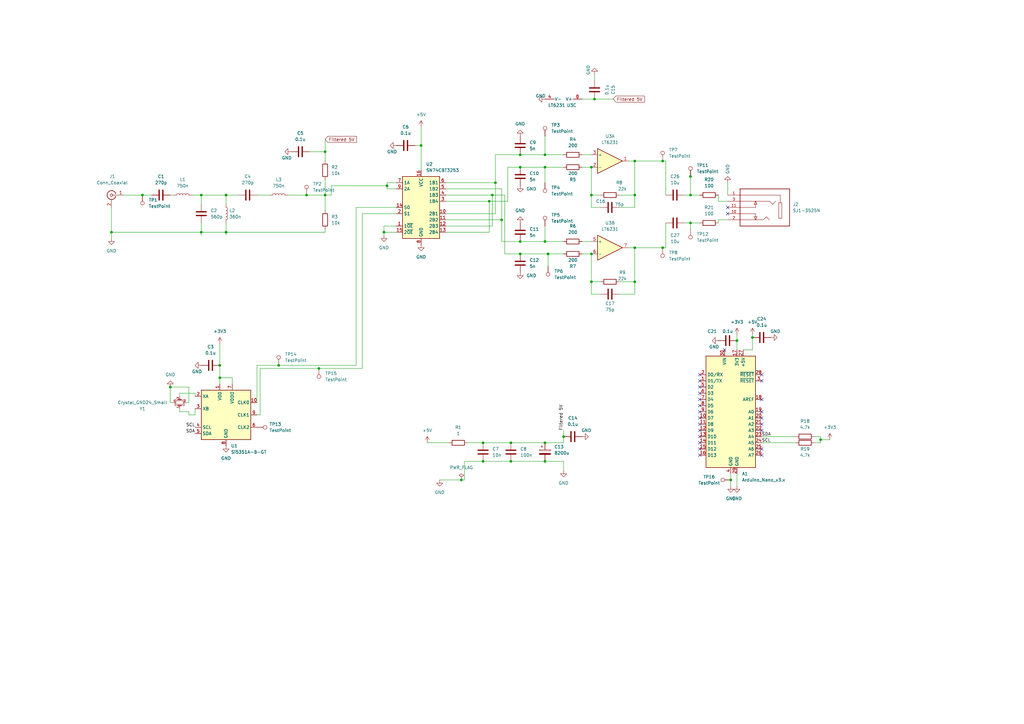
<source format=kicad_sch>
(kicad_sch (version 20211123) (generator eeschema)
  (paper "A3")
  (lib_symbols
    (symbol "Analog_Switch:SN74CBT3253"
      (property "Reference" "U" (at -7.62 13.97 0))
      (property "Value" "SN74CBT3253" (at -11.43 -13.97 0))
      (symbol "SN74CBT3253_0_1"
        (rectangle (start -7.62 12.7) (end 7.62 -12.7) (stroke (width 0.254)) (fill (type background)))
        (rectangle (start 7.62 -12.7) (end 7.62 -12.7))
      )
      (symbol "SN74CBT3253_1_1"
        (pin input line (at -10.16 -7.62 0) (length 2.54) (name "1~{OE}") (number "1"))
        (pin bidirectional line (at 10.16 -2.54 180) (length 2.54) (name "2B1") (number "10"))
        (pin bidirectional line (at 10.16 -5.08 180) (length 2.54) (name "2B2") (number "11"))
        (pin bidirectional line (at 10.16 -7.62 180) (length 2.54) (name "2B3") (number "12"))
        (pin bidirectional line (at 10.16 -10.16 180) (length 2.54) (name "2B4") (number "13"))
        (pin input line (at -10.16 0 0) (length 2.54) (name "S0") (number "14"))
        (pin input line (at -10.16 -10.16 0) (length 2.54) (name "2~{OE}") (number "15"))
        (pin power_in line (at 0 15.24 270) (length 2.54) (name "VCC") (number "16"))
        (pin input line (at -10.16 -2.54 0) (length 2.54) (name "S1") (number "2"))
        (pin bidirectional line (at 10.16 2.54 180) (length 2.54) (name "1B4") (number "3"))
        (pin bidirectional line (at 10.16 5.08 180) (length 2.54) (name "1B3") (number "4"))
        (pin bidirectional line (at 10.16 7.62 180) (length 2.54) (name "1B2") (number "5"))
        (pin bidirectional line (at 10.16 10.16 180) (length 2.54) (name "1B1") (number "6"))
        (pin bidirectional line (at -10.16 10.16 0) (length 2.54) (name "1A") (number "7"))
        (pin power_in line (at 0 -15.24 90) (length 2.54) (name "GND") (number "8"))
        (pin bidirectional line (at -10.16 7.62 0) (length 2.54) (name "2A") (number "9"))
      )
    )
    (symbol "Connector:Conn_Coaxial" (pin_names (offset 1.016) hide)
      (property "Reference" "J" (at 0.254 3.048 0))
      (property "Value" "Conn_Coaxial" (at 2.921 0 90))
      (symbol "Conn_Coaxial_0_1"
        (arc (start -1.778 -0.508) (mid 0.2311 -1.8066) (end 1.778 0) (stroke (width 0.254)))
        (polyline (pts (xy -2.54 0) (xy -0.508 0)))
        (polyline (pts (xy 0 -2.54) (xy 0 -1.778)))
        (circle (center 0 0) (radius 0.508) (stroke (width 0.2032)))
        (arc (start 1.778 0) (mid 0.2099 1.8101) (end -1.778 0.508) (stroke (width 0.254)))
      )
      (symbol "Conn_Coaxial_1_1"
        (pin passive line (at -5.08 0 0) (length 2.54) (name "In") (number "1"))
        (pin passive line (at 0 -5.08 90) (length 2.54) (name "Ext") (number "2"))
      )
    )
    (symbol "Connector:TestPoint" (pin_numbers hide) (pin_names (offset 0.762) hide)
      (property "Reference" "TP" (at 0 6.858 0))
      (property "Value" "TestPoint" (at 0 5.08 0))
      (symbol "TestPoint_0_1"
        (circle (center 0 3.302) (radius 0.762))
      )
      (symbol "TestPoint_1_1"
        (pin passive line (at 0 0 90) (length 2.54) (name "1") (number "1"))
      )
    )
    (symbol "Device:C" (pin_numbers hide) (pin_names (offset 0.254))
      (property "Reference" "C" (at 0.635 2.54 0))
      (property "Value" "C" (at 0.635 -2.54 0))
      (symbol "C_0_1"
        (polyline (pts (xy -2.032 -0.762) (xy 2.032 -0.762)) (stroke (width 0.508)))
        (polyline (pts (xy -2.032 0.762) (xy 2.032 0.762)) (stroke (width 0.508)))
      )
      (symbol "C_1_1"
        (pin passive line (at 0 3.81 270) (length 2.794) (name "~") (number "1"))
        (pin passive line (at 0 -3.81 90) (length 2.794) (name "~") (number "2"))
      )
    )
    (symbol "Device:C_Polarized" (pin_numbers hide) (pin_names (offset 0.254))
      (property "Reference" "C" (at 0.635 2.54 0))
      (property "Value" "C_Polarized" (at 0.635 -2.54 0))
      (symbol "C_Polarized_0_1"
        (rectangle (start -2.286 0.508) (end 2.286 1.016))
        (polyline (pts (xy -1.778 2.286) (xy -0.762 2.286)))
        (polyline (pts (xy -1.27 2.794) (xy -1.27 1.778)))
        (rectangle (start 2.286 -0.508) (end -2.286 -1.016) (fill (type outline)))
      )
      (symbol "C_Polarized_1_1"
        (pin passive line (at 0 3.81 270) (length 2.794) (name "~") (number "1"))
        (pin passive line (at 0 -3.81 90) (length 2.794) (name "~") (number "2"))
      )
    )
    (symbol "Device:Crystal_GND24_Small" (pin_names (offset 1.016) hide)
      (property "Reference" "Y" (at 1.27 4.445 0))
      (property "Value" "Crystal_GND24_Small" (at 1.27 2.54 0))
      (symbol "Crystal_GND24_Small_0_1"
        (rectangle (start -0.762 -1.524) (end 0.762 1.524))
        (polyline (pts (xy -1.27 -0.762) (xy -1.27 0.762)) (stroke (width 0.381)))
        (polyline (pts (xy 1.27 -0.762) (xy 1.27 0.762)) (stroke (width 0.381)))
        (polyline (pts (xy -1.27 -1.27) (xy -1.27 -1.905) (xy 1.27 -1.905) (xy 1.27 -1.27)))
        (polyline (pts (xy -1.27 1.27) (xy -1.27 1.905) (xy 1.27 1.905) (xy 1.27 1.27)))
      )
      (symbol "Crystal_GND24_Small_1_1"
        (pin passive line (at -2.54 0 0) (length 1.27) (name "1") (number "1"))
        (pin passive line (at 0 -2.54 90) (length 0.635) (name "2") (number "2"))
        (pin passive line (at 2.54 0 180) (length 1.27) (name "3") (number "3"))
        (pin passive line (at 0 2.54 270) (length 0.635) (name "4") (number "4"))
      )
    )
    (symbol "Device:L" (pin_numbers hide) (pin_names (offset 1.016) hide)
      (property "Reference" "L" (at -1.27 0 90))
      (property "Value" "L" (at 1.905 0 90))
      (symbol "L_0_1"
        (arc (start 0 -2.54) (mid 0.635 -1.905) (end 0 -1.27))
        (arc (start 0 -1.27) (mid 0.635 -0.635) (end 0 0))
        (arc (start 0 0) (mid 0.635 0.635) (end 0 1.27))
        (arc (start 0 1.27) (mid 0.635 1.905) (end 0 2.54))
      )
      (symbol "L_1_1"
        (pin passive line (at 0 3.81 270) (length 1.27) (name "1") (number "1"))
        (pin passive line (at 0 -3.81 90) (length 1.27) (name "2") (number "2"))
      )
    )
    (symbol "Device:R" (pin_numbers hide) (pin_names (offset 0))
      (property "Reference" "R" (at 2.032 0 90))
      (property "Value" "R" (at 0 0 90))
      (symbol "R_0_1"
        (rectangle (start -1.016 -2.54) (end 1.016 2.54) (stroke (width 0.254)))
      )
      (symbol "R_1_1"
        (pin passive line (at 0 3.81 270) (length 1.27) (name "~") (number "1"))
        (pin passive line (at 0 -3.81 90) (length 1.27) (name "~") (number "2"))
      )
    )
    (symbol "MCU_Module:Arduino_Nano_v3.x"
      (property "Reference" "A" (at -10.16 23.495 0))
      (property "Value" "Arduino_Nano_v3.x" (at 5.08 -24.13 0))
      (symbol "Arduino_Nano_v3.x_0_1"
        (rectangle (start -10.16 22.86) (end 10.16 -22.86) (stroke (width 0.254)) (fill (type background)))
      )
      (symbol "Arduino_Nano_v3.x_1_1"
        (pin bidirectional line (at -12.7 12.7 0) (length 2.54) (name "D1/TX") (number "1"))
        (pin bidirectional line (at -12.7 -2.54 0) (length 2.54) (name "D7") (number "10"))
        (pin bidirectional line (at -12.7 -5.08 0) (length 2.54) (name "D8") (number "11"))
        (pin bidirectional line (at -12.7 -7.62 0) (length 2.54) (name "D9") (number "12"))
        (pin bidirectional line (at -12.7 -10.16 0) (length 2.54) (name "D10") (number "13"))
        (pin bidirectional line (at -12.7 -12.7 0) (length 2.54) (name "D11") (number "14"))
        (pin bidirectional line (at -12.7 -15.24 0) (length 2.54) (name "D12") (number "15"))
        (pin bidirectional line (at -12.7 -17.78 0) (length 2.54) (name "D13") (number "16"))
        (pin power_out line (at 2.54 25.4 270) (length 2.54) (name "3V3") (number "17"))
        (pin input line (at 12.7 5.08 180) (length 2.54) (name "AREF") (number "18"))
        (pin bidirectional line (at 12.7 0 180) (length 2.54) (name "A0") (number "19"))
        (pin bidirectional line (at -12.7 15.24 0) (length 2.54) (name "D0/RX") (number "2"))
        (pin bidirectional line (at 12.7 -2.54 180) (length 2.54) (name "A1") (number "20"))
        (pin bidirectional line (at 12.7 -5.08 180) (length 2.54) (name "A2") (number "21"))
        (pin bidirectional line (at 12.7 -7.62 180) (length 2.54) (name "A3") (number "22"))
        (pin bidirectional line (at 12.7 -10.16 180) (length 2.54) (name "A4") (number "23"))
        (pin bidirectional line (at 12.7 -12.7 180) (length 2.54) (name "A5") (number "24"))
        (pin bidirectional line (at 12.7 -15.24 180) (length 2.54) (name "A6") (number "25"))
        (pin bidirectional line (at 12.7 -17.78 180) (length 2.54) (name "A7") (number "26"))
        (pin power_out line (at 5.08 25.4 270) (length 2.54) (name "+5V") (number "27"))
        (pin input line (at 12.7 15.24 180) (length 2.54) (name "~{RESET}") (number "28"))
        (pin power_in line (at 2.54 -25.4 90) (length 2.54) (name "GND") (number "29"))
        (pin input line (at 12.7 12.7 180) (length 2.54) (name "~{RESET}") (number "3"))
        (pin power_in line (at -2.54 25.4 270) (length 2.54) (name "VIN") (number "30"))
        (pin power_in line (at 0 -25.4 90) (length 2.54) (name "GND") (number "4"))
        (pin bidirectional line (at -12.7 10.16 0) (length 2.54) (name "D2") (number "5"))
        (pin bidirectional line (at -12.7 7.62 0) (length 2.54) (name "D3") (number "6"))
        (pin bidirectional line (at -12.7 5.08 0) (length 2.54) (name "D4") (number "7"))
        (pin bidirectional line (at -12.7 2.54 0) (length 2.54) (name "D5") (number "8"))
        (pin bidirectional line (at -12.7 0 0) (length 2.54) (name "D6") (number "9"))
      )
    )
    (symbol "Oscillator:Si5351A-B-GT"
      (property "Reference" "U" (at -8.89 11.43 0))
      (property "Value" "Si5351A-B-GT" (at -12.7 -12.7 0))
      (symbol "Si5351A-B-GT_0_1"
        (rectangle (start -10.16 10.16) (end 10.16 -10.16) (stroke (width 0.254)) (fill (type background)))
      )
      (symbol "Si5351A-B-GT_1_1"
        (pin power_in line (at -2.54 12.7 270) (length 2.54) (name "VDD") (number "1"))
        (pin output line (at 12.7 5.08 180) (length 2.54) (name "CLK0") (number "10"))
        (pin input line (at -12.7 7.62 0) (length 2.54) (name "XA") (number "2"))
        (pin input line (at -12.7 2.54 0) (length 2.54) (name "XB") (number "3"))
        (pin input line (at -12.7 -5.08 0) (length 2.54) (name "SCL") (number "4"))
        (pin bidirectional line (at -12.7 -7.62 0) (length 2.54) (name "SDA") (number "5"))
        (pin output line (at 12.7 -5.08 180) (length 2.54) (name "CLK2") (number "6"))
        (pin power_in line (at 2.54 12.7 270) (length 2.54) (name "VDDO") (number "7"))
        (pin power_in line (at 0 -12.7 90) (length 2.54) (name "GND") (number "8"))
        (pin output line (at 12.7 0 180) (length 2.54) (name "CLK1") (number "9"))
      )
    )
    (symbol "SJ1-3525N:SJ1-3525N" (pin_names (offset 1.016) hide)
      (property "Reference" "J" (at -10.16 10.16 0))
      (property "Value" "SJ1-3525N" (at -10.16 -12.7254 0))
      (symbol "SJ1-3525N_0_0"
        (polyline (pts (xy -10.16 -7.62) (xy 10.16 -7.62)) (stroke (width 0.254)))
        (polyline (pts (xy -10.16 7.62) (xy -10.16 -7.62)) (stroke (width 0.254)))
        (polyline (pts (xy -6.985 -4.445) (xy -6.985 1.905)) (stroke (width 0.1524)))
        (polyline (pts (xy -6.985 1.905) (xy -6.35 1.905)) (stroke (width 0.1524)))
        (polyline (pts (xy -6.35 1.905) (xy -5.715 1.905)) (stroke (width 0.1524)))
        (polyline (pts (xy -6.35 5.08) (xy -6.35 1.905)) (stroke (width 0.1524)))
        (polyline (pts (xy -5.715 -4.445) (xy -6.985 -4.445)) (stroke (width 0.1524)))
        (polyline (pts (xy -5.715 1.905) (xy -5.715 -4.445)) (stroke (width 0.1524)))
        (polyline (pts (xy -3.175 1.27) (xy -4.445 2.54)) (stroke (width 0.1524)))
        (polyline (pts (xy -1.905 2.54) (xy -3.175 1.27)) (stroke (width 0.1524)))
        (polyline (pts (xy -0.635 -3.81) (xy -1.905 -5.08)) (stroke (width 0.1524)))
        (polyline (pts (xy 0.635 -5.08) (xy -0.635 -3.81)) (stroke (width 0.1524)))
        (polyline (pts (xy 3.81 -5.08) (xy 0.635 -5.08)) (stroke (width 0.1524)))
        (polyline (pts (xy 3.81 -2.54) (xy 3.81 -5.08)) (stroke (width 0.1524)))
        (polyline (pts (xy 3.81 2.54) (xy -1.905 2.54)) (stroke (width 0.1524)))
        (polyline (pts (xy 3.81 2.54) (xy 3.81 0)) (stroke (width 0.1524)))
        (polyline (pts (xy 10.16 -7.62) (xy 10.16 -5.08)) (stroke (width 0.254)))
        (polyline (pts (xy 10.16 -5.08) (xy 3.81 -5.08)) (stroke (width 0.1524)))
        (polyline (pts (xy 10.16 -5.08) (xy 10.16 -2.54)) (stroke (width 0.254)))
        (polyline (pts (xy 10.16 -2.54) (xy 3.81 -2.54)) (stroke (width 0.1524)))
        (polyline (pts (xy 10.16 -2.54) (xy 10.16 0)) (stroke (width 0.254)))
        (polyline (pts (xy 10.16 0) (xy 3.81 0)) (stroke (width 0.1524)))
        (polyline (pts (xy 10.16 0) (xy 10.16 2.54)) (stroke (width 0.254)))
        (polyline (pts (xy 10.16 2.54) (xy 3.81 2.54)) (stroke (width 0.1524)))
        (polyline (pts (xy 10.16 2.54) (xy 10.16 5.08)) (stroke (width 0.254)))
        (polyline (pts (xy 10.16 5.08) (xy -6.35 5.08)) (stroke (width 0.1524)))
        (polyline (pts (xy 10.16 5.08) (xy 10.16 7.62)) (stroke (width 0.254)))
        (polyline (pts (xy 10.16 7.62) (xy -10.16 7.62)) (stroke (width 0.254)))
        (polyline (pts (xy 3.81 -5.08) (xy 3.175 -3.81) (xy 4.445 -3.81) (xy 3.81 -5.08)) (stroke (width 0.1524)) (fill (type background)))
        (polyline (pts (xy 3.81 2.54) (xy 4.445 1.27) (xy 3.175 1.27) (xy 3.81 2.54)) (stroke (width 0.1524)) (fill (type background)))
        (pin passive line (at 15.24 5.08 180) (length 5.08) (name "~") (number "1"))
        (pin passive line (at 15.24 -2.54 180) (length 5.08) (name "~") (number "10"))
        (pin passive line (at 15.24 0 180) (length 5.08) (name "~") (number "11"))
        (pin passive line (at 15.24 -5.08 180) (length 5.08) (name "~") (number "2"))
        (pin passive line (at 15.24 2.54 180) (length 5.08) (name "~") (number "3"))
      )
    )
    (symbol "lt6231:LT6231" (pin_names (offset 0.127))
      (property "Reference" "U" (at 0 5.08 0))
      (property "Value" "LT6231" (at 0 -5.08 0))
      (symbol "LT6231_1_1"
        (polyline (pts (xy -5.08 5.08) (xy 5.08 0) (xy -5.08 -5.08) (xy -5.08 5.08)) (stroke (width 0.254)) (fill (type background)))
        (pin output line (at 7.62 0 180) (length 2.54) (name "~") (number "1"))
        (pin input line (at -7.62 -2.54 0) (length 2.54) (name "-") (number "2"))
        (pin input line (at -7.62 2.54 0) (length 2.54) (name "+") (number "3"))
      )
      (symbol "LT6231_2_1"
        (polyline (pts (xy -5.08 5.08) (xy 5.08 0) (xy -5.08 -5.08) (xy -5.08 5.08)) (stroke (width 0.254)) (fill (type background)))
        (pin input line (at -7.62 2.54 0) (length 2.54) (name "+") (number "5"))
        (pin input line (at -7.62 -2.54 0) (length 2.54) (name "-") (number "6"))
        (pin output line (at 7.62 0 180) (length 2.54) (name "~") (number "7"))
      )
      (symbol "LT6231_3_1"
        (pin power_in line (at -2.54 -7.62 90) (length 3.81) (name "V-") (number "4"))
        (pin power_in line (at -2.54 7.62 270) (length 3.81) (name "V+") (number "8"))
      )
    )
    (symbol "power:+3.3V" (power) (pin_names (offset 0))
      (property "Value" "+3.3V" (at 0 3.556 0))
      (symbol "+3.3V_0_1"
        (polyline (pts (xy -0.762 1.27) (xy 0 2.54)))
        (polyline (pts (xy 0 0) (xy 0 2.54)))
        (polyline (pts (xy 0 2.54) (xy 0.762 1.27)))
      )
      (symbol "+3.3V_1_1"
        (pin power_in line (at 0 0 90) (length 0) hide (name "+3V3") (number "1"))
      )
    )
    (symbol "power:+5V" (power) (pin_names (offset 0))
      (property "Value" "+5V" (at 0 3.556 0))
      (symbol "+5V_0_1"
        (polyline (pts (xy -0.762 1.27) (xy 0 2.54)))
        (polyline (pts (xy 0 0) (xy 0 2.54)))
        (polyline (pts (xy 0 2.54) (xy 0.762 1.27)))
      )
      (symbol "+5V_1_1"
        (pin power_in line (at 0 0 90) (length 0) hide (name "+5V") (number "1"))
      )
    )
    (symbol "power:GND" (power) (pin_names (offset 0))
      (property "Value" "GND" (at 0 -3.81 0))
      (symbol "GND_0_1"
        (polyline (pts (xy 0 0) (xy 0 -1.27) (xy 1.27 -1.27) (xy 0 -2.54) (xy -1.27 -1.27) (xy 0 -1.27)))
      )
      (symbol "GND_1_1"
        (pin power_in line (at 0 0 270) (length 0) hide (name "GND") (number "1"))
      )
    )
    (symbol "power:PWR_FLAG" (power) (pin_numbers hide) (pin_names (offset 0) hide)
      (property "Value" "PWR_FLAG" (at 0 3.81 0))
      (symbol "PWR_FLAG_0_0"
        (pin power_out line (at 0 0 90) (length 0) (name "pwr") (number "1"))
      )
      (symbol "PWR_FLAG_0_1"
        (polyline (pts (xy 0 0) (xy 0 1.27) (xy -1.016 1.905) (xy 0 2.54) (xy 1.016 1.905) (xy 0 1.27)))
      )
    )
  )
  (junction (at 189.23 196.85))
  (junction (at 223.52 189.23))
  (junction (at 133.35 62.23))
  (junction (at 213.36 99.06))
  (junction (at 336.55 180.34))
  (junction (at 243.84 40.64))
  (junction (at 271.78 66.04))
  (junction (at 133.35 80.01))
  (junction (at 260.35 101.6))
  (junction (at 224.79 104.14))
  (junction (at 205.74 90.17))
  (junction (at 271.78 101.6))
  (junction (at 223.52 99.06))
  (junction (at 209.55 189.23))
  (junction (at 242.57 68.58))
  (junction (at 172.72 59.69))
  (junction (at 242.57 104.14))
  (junction (at 231.14 179.07))
  (junction (at 213.36 68.58))
  (junction (at 260.35 115.57))
  (junction (at 157.48 95.25))
  (junction (at 198.12 189.23))
  (junction (at 242.57 115.57))
  (junction (at 198.12 181.61))
  (junction (at 82.55 95.25))
  (junction (at 45.72 95.25))
  (junction (at 92.71 80.01))
  (junction (at 299.72 196.85))
  (junction (at 209.55 181.61))
  (junction (at 213.36 104.14))
  (junction (at 223.52 63.5))
  (junction (at 58.42 80.01))
  (junction (at 158.75 76.2))
  (junction (at 283.21 91.44))
  (junction (at 90.17 149.86))
  (junction (at 283.21 72.39))
  (junction (at 203.2 74.93))
  (junction (at 213.36 63.5))
  (junction (at 201.93 80.01))
  (junction (at 69.85 158.75))
  (junction (at 90.17 154.94))
  (junction (at 125.73 80.01))
  (junction (at 200.66 82.55))
  (junction (at 283.21 80.01))
  (junction (at 82.55 80.01))
  (junction (at 223.52 181.61))
  (junction (at 130.81 151.13))
  (junction (at 223.52 68.58))
  (junction (at 242.57 80.01))
  (junction (at 302.26 139.7))
  (junction (at 114.3 149.86))
  (junction (at 92.71 95.25))
  (junction (at 308.61 138.43))
  (junction (at 260.35 80.01))
  (junction (at 260.35 66.04))
  (no_connect (at 287.02 153.67))
  (no_connect (at 297.18 143.51))
  (no_connect (at 287.02 168.91))
  (no_connect (at 287.02 179.07))
  (no_connect (at 312.42 184.15))
  (no_connect (at 287.02 186.69))
  (no_connect (at 312.42 153.67))
  (no_connect (at 287.02 171.45))
  (no_connect (at 312.42 186.69))
  (no_connect (at 298.45 87.63))
  (no_connect (at 298.45 85.09))
  (no_connect (at 312.42 173.99))
  (no_connect (at 312.42 156.21))
  (no_connect (at 312.42 168.91))
  (no_connect (at 287.02 163.83))
  (no_connect (at 287.02 158.75))
  (no_connect (at 312.42 176.53))
  (no_connect (at 287.02 166.37))
  (no_connect (at 287.02 161.29))
  (no_connect (at 287.02 184.15))
  (no_connect (at 312.42 163.83))
  (no_connect (at 312.42 171.45))
  (no_connect (at 287.02 176.53))
  (no_connect (at 287.02 181.61))
  (no_connect (at 287.02 156.21))
  (no_connect (at 287.02 173.99))
  (wire (pts (xy 208.28 82.55) (xy 208.28 68.58)))
  (wire (pts (xy 283.21 69.85) (xy 283.21 72.39)))
  (wire (pts (xy 308.61 138.43) (xy 308.61 137.16)))
  (wire (pts (xy 182.88 87.63) (xy 203.2 87.63)))
  (wire (pts (xy 189.23 196.85) (xy 190.5 196.85)))
  (wire (pts (xy 106.68 151.13) (xy 130.81 151.13)))
  (wire (pts (xy 280.67 91.44) (xy 283.21 91.44)))
  (wire (pts (xy 180.34 196.85) (xy 189.23 196.85)))
  (wire (pts (xy 82.55 95.25) (xy 82.55 96.52)))
  (wire (pts (xy 133.35 73.66) (xy 133.35 80.01)))
  (wire (pts (xy 58.42 80.01) (xy 62.23 80.01)))
  (wire (pts (xy 273.05 66.04) (xy 273.05 80.01)))
  (wire (pts (xy 238.76 99.06) (xy 242.57 99.06)))
  (wire (pts (xy 127 62.23) (xy 133.35 62.23)))
  (wire (pts (xy 182.88 92.71) (xy 201.93 92.71)))
  (wire (pts (xy 92.71 80.01) (xy 97.79 80.01)))
  (wire (pts (xy 114.3 149.86) (xy 105.41 149.86)))
  (wire (pts (xy 336.55 179.07) (xy 336.55 180.34)))
  (wire (pts (xy 294.64 91.44) (xy 294.64 90.17)))
  (wire (pts (xy 71.12 80.01) (xy 69.85 80.01)))
  (wire (pts (xy 242.57 80.01) (xy 246.38 80.01)))
  (wire (pts (xy 95.25 154.94) (xy 95.25 157.48)))
  (wire (pts (xy 45.72 97.79) (xy 45.72 95.25)))
  (wire (pts (xy 283.21 93.98) (xy 283.21 91.44)))
  (wire (pts (xy 157.48 92.71) (xy 157.48 95.25)))
  (wire (pts (xy 302.26 139.7) (xy 302.26 143.51)))
  (wire (pts (xy 92.71 80.01) (xy 92.71 83.82)))
  (wire (pts (xy 334.01 179.07) (xy 336.55 179.07)))
  (wire (pts (xy 208.28 68.58) (xy 213.36 68.58)))
  (wire (pts (xy 73.66 167.64) (xy 73.66 168.91)))
  (wire (pts (xy 162.56 77.47) (xy 158.75 77.47)))
  (wire (pts (xy 243.84 33.02) (xy 243.84 30.48)))
  (wire (pts (xy 224.79 104.14) (xy 231.14 104.14)))
  (wire (pts (xy 203.2 87.63) (xy 203.2 74.93)))
  (wire (pts (xy 260.35 101.6) (xy 257.81 101.6)))
  (wire (pts (xy 77.47 170.18) (xy 77.47 168.91)))
  (wire (pts (xy 260.35 115.57) (xy 260.35 101.6)))
  (wire (pts (xy 242.57 80.01) (xy 242.57 85.09)))
  (wire (pts (xy 172.72 52.07) (xy 172.72 59.69)))
  (wire (pts (xy 82.55 80.01) (xy 92.71 80.01)))
  (wire (pts (xy 209.55 181.61) (xy 223.52 181.61)))
  (wire (pts (xy 223.52 63.5) (xy 231.14 63.5)))
  (wire (pts (xy 146.05 85.09) (xy 146.05 149.86)))
  (wire (pts (xy 213.36 63.5) (xy 223.52 63.5)))
  (wire (pts (xy 231.14 179.07) (xy 231.14 181.61)))
  (wire (pts (xy 254 80.01) (xy 260.35 80.01)))
  (wire (pts (xy 223.52 55.88) (xy 223.52 63.5)))
  (wire (pts (xy 190.5 196.85) (xy 190.5 189.23)))
  (wire (pts (xy 205.74 99.06) (xy 213.36 99.06)))
  (wire (pts (xy 133.35 62.23) (xy 133.35 66.04)))
  (wire (pts (xy 231.14 189.23) (xy 231.14 193.04)))
  (wire (pts (xy 302.26 199.39) (xy 302.26 194.31)))
  (wire (pts (xy 133.35 95.25) (xy 133.35 93.98)))
  (wire (pts (xy 242.57 115.57) (xy 242.57 104.14)))
  (wire (pts (xy 207.01 104.14) (xy 213.36 104.14)))
  (wire (pts (xy 105.41 80.01) (xy 110.49 80.01)))
  (wire (pts (xy 90.17 140.97) (xy 90.17 149.86)))
  (wire (pts (xy 223.52 181.61) (xy 231.14 181.61)))
  (wire (pts (xy 105.41 149.86) (xy 105.41 165.1)))
  (wire (pts (xy 182.88 74.93) (xy 203.2 74.93)))
  (wire (pts (xy 271.78 66.04) (xy 273.05 66.04)))
  (wire (pts (xy 298.45 74.93) (xy 298.45 80.01)))
  (wire (pts (xy 283.21 91.44) (xy 287.02 91.44)))
  (wire (pts (xy 223.52 92.71) (xy 223.52 99.06)))
  (wire (pts (xy 213.36 104.14) (xy 224.79 104.14)))
  (wire (pts (xy 90.17 154.94) (xy 90.17 157.48)))
  (wire (pts (xy 254 120.65) (xy 260.35 120.65)))
  (wire (pts (xy 77.47 158.75) (xy 69.85 158.75)))
  (wire (pts (xy 118.11 80.01) (xy 125.73 80.01)))
  (wire (pts (xy 205.74 90.17) (xy 205.74 99.06)))
  (wire (pts (xy 76.2 165.1) (xy 77.47 165.1)))
  (wire (pts (xy 80.01 161.29) (xy 80.01 162.56)))
  (wire (pts (xy 224.79 109.22) (xy 224.79 104.14)))
  (wire (pts (xy 92.71 95.25) (xy 133.35 95.25)))
  (wire (pts (xy 336.55 180.34) (xy 340.36 180.34)))
  (wire (pts (xy 125.73 80.01) (xy 133.35 80.01)))
  (wire (pts (xy 198.12 181.61) (xy 209.55 181.61)))
  (wire (pts (xy 201.93 80.01) (xy 201.93 92.71)))
  (wire (pts (xy 223.52 189.23) (xy 231.14 189.23)))
  (wire (pts (xy 238.76 104.14) (xy 242.57 104.14)))
  (wire (pts (xy 238.76 68.58) (xy 242.57 68.58)))
  (wire (pts (xy 78.74 80.01) (xy 82.55 80.01)))
  (wire (pts (xy 182.88 80.01) (xy 201.93 80.01)))
  (wire (pts (xy 238.76 63.5) (xy 242.57 63.5)))
  (wire (pts (xy 191.77 181.61) (xy 198.12 181.61)))
  (wire (pts (xy 205.74 77.47) (xy 205.74 90.17)))
  (wire (pts (xy 242.57 120.65) (xy 242.57 115.57)))
  (wire (pts (xy 182.88 90.17) (xy 205.74 90.17)))
  (wire (pts (xy 133.35 57.15) (xy 133.35 62.23)))
  (wire (pts (xy 69.85 158.75) (xy 69.85 165.1)))
  (wire (pts (xy 77.47 165.1) (xy 77.47 158.75)))
  (wire (pts (xy 172.72 59.69) (xy 172.72 69.85)))
  (wire (pts (xy 334.01 181.61) (xy 336.55 181.61)))
  (wire (pts (xy 336.55 180.34) (xy 336.55 181.61)))
  (wire (pts (xy 260.35 66.04) (xy 271.78 66.04)))
  (wire (pts (xy 260.35 66.04) (xy 257.81 66.04)))
  (wire (pts (xy 312.42 181.61) (xy 326.39 181.61)))
  (wire (pts (xy 170.18 59.69) (xy 172.72 59.69)))
  (wire (pts (xy 294.64 90.17) (xy 298.45 90.17)))
  (wire (pts (xy 231.14 176.53) (xy 231.14 179.07)))
  (wire (pts (xy 130.81 151.13) (xy 148.59 151.13)))
  (wire (pts (xy 273.05 91.44) (xy 273.05 101.6)))
  (wire (pts (xy 133.35 80.01) (xy 133.35 86.36)))
  (wire (pts (xy 158.75 74.93) (xy 162.56 74.93)))
  (wire (pts (xy 77.47 170.18) (xy 80.01 170.18)))
  (wire (pts (xy 90.17 154.94) (xy 95.25 154.94)))
  (wire (pts (xy 246.38 120.65) (xy 242.57 120.65)))
  (wire (pts (xy 182.88 82.55) (xy 200.66 82.55)))
  (wire (pts (xy 157.48 95.25) (xy 157.48 96.52)))
  (wire (pts (xy 201.93 80.01) (xy 207.01 80.01)))
  (wire (pts (xy 82.55 80.01) (xy 82.55 83.82)))
  (wire (pts (xy 146.05 149.86) (xy 114.3 149.86)))
  (wire (pts (xy 105.41 170.18) (xy 106.68 170.18)))
  (wire (pts (xy 148.59 151.13) (xy 148.59 87.63)))
  (wire (pts (xy 162.56 85.09) (xy 146.05 85.09)))
  (wire (pts (xy 271.78 101.6) (xy 273.05 101.6)))
  (wire (pts (xy 162.56 92.71) (xy 157.48 92.71)))
  (wire (pts (xy 213.36 99.06) (xy 223.52 99.06)))
  (wire (pts (xy 223.52 74.93) (xy 223.52 68.58)))
  (wire (pts (xy 182.88 77.47) (xy 205.74 77.47)))
  (wire (pts (xy 223.52 99.06) (xy 231.14 99.06)))
  (wire (pts (xy 302.26 137.16) (xy 302.26 139.7)))
  (wire (pts (xy 312.42 179.07) (xy 326.39 179.07)))
  (wire (pts (xy 283.21 72.39) (xy 283.21 80.01)))
  (wire (pts (xy 175.26 181.61) (xy 184.15 181.61)))
  (wire (pts (xy 190.5 189.23) (xy 198.12 189.23)))
  (wire (pts (xy 80.01 170.18) (xy 80.01 167.64)))
  (wire (pts (xy 254 85.09) (xy 260.35 85.09)))
  (wire (pts (xy 207.01 80.01) (xy 207.01 104.14)))
  (wire (pts (xy 242.57 68.58) (xy 242.57 80.01)))
  (wire (pts (xy 213.36 68.58) (xy 223.52 68.58)))
  (wire (pts (xy 73.66 161.29) (xy 73.66 162.56)))
  (wire (pts (xy 50.8 80.01) (xy 58.42 80.01)))
  (wire (pts (xy 158.75 76.2) (xy 158.75 74.93)))
  (wire (pts (xy 299.72 196.85) (xy 299.72 194.31)))
  (wire (pts (xy 73.66 161.29) (xy 80.01 161.29)))
  (wire (pts (xy 203.2 74.93) (xy 203.2 63.5)))
  (wire (pts (xy 209.55 189.23) (xy 223.52 189.23)))
  (wire (pts (xy 203.2 63.5) (xy 213.36 63.5)))
  (wire (pts (xy 260.35 101.6) (xy 271.78 101.6)))
  (wire (pts (xy 283.21 80.01) (xy 287.02 80.01)))
  (wire (pts (xy 200.66 82.55) (xy 200.66 95.25)))
  (wire (pts (xy 133.35 80.01) (xy 135.89 80.01)))
  (wire (pts (xy 294.64 80.01) (xy 294.64 82.55)))
  (wire (pts (xy 294.64 82.55) (xy 298.45 82.55)))
  (wire (pts (xy 148.59 87.63) (xy 162.56 87.63)))
  (wire (pts (xy 106.68 170.18) (xy 106.68 151.13)))
  (wire (pts (xy 200.66 82.55) (xy 208.28 82.55)))
  (wire (pts (xy 242.57 85.09) (xy 246.38 85.09)))
  (wire (pts (xy 45.72 95.25) (xy 82.55 95.25)))
  (wire (pts (xy 82.55 95.25) (xy 92.71 95.25)))
  (wire (pts (xy 260.35 80.01) (xy 260.35 85.09)))
  (wire (pts (xy 77.47 168.91) (xy 73.66 168.91)))
  (wire (pts (xy 135.89 76.2) (xy 158.75 76.2)))
  (wire (pts (xy 135.89 80.01) (xy 135.89 76.2)))
  (wire (pts (xy 246.38 115.57) (xy 242.57 115.57)))
  (wire (pts (xy 69.85 165.1) (xy 71.12 165.1)))
  (wire (pts (xy 223.52 68.58) (xy 231.14 68.58)))
  (wire (pts (xy 198.12 189.23) (xy 209.55 189.23)))
  (wire (pts (xy 157.48 95.25) (xy 162.56 95.25)))
  (wire (pts (xy 260.35 66.04) (xy 260.35 80.01)))
  (wire (pts (xy 260.35 120.65) (xy 260.35 115.57)))
  (wire (pts (xy 304.8 143.51) (xy 308.61 143.51)))
  (wire (pts (xy 243.84 40.64) (xy 238.76 40.64)))
  (wire (pts (xy 283.21 80.01) (xy 280.67 80.01)))
  (wire (pts (xy 254 115.57) (xy 260.35 115.57)))
  (wire (pts (xy 251.46 40.64) (xy 243.84 40.64)))
  (wire (pts (xy 158.75 77.47) (xy 158.75 76.2)))
  (wire (pts (xy 299.72 199.39) (xy 299.72 196.85)))
  (wire (pts (xy 92.71 95.25) (xy 92.71 96.52)))
  (wire (pts (xy 45.72 95.25) (xy 45.72 85.09)))
  (wire (pts (xy 182.88 95.25) (xy 200.66 95.25)))
  (wire (pts (xy 82.55 91.44) (xy 82.55 95.25)))
  (wire (pts (xy 92.71 91.44) (xy 92.71 95.25)))
  (wire (pts (xy 308.61 143.51) (xy 308.61 138.43)))
  (wire (pts (xy 90.17 149.86) (xy 90.17 154.94)))
  (label "SDA" (at 80.01 177.8 180))
  (label "SDA" (at 312.42 179.07 0))
  (label "Filtered 5V" (at 231.14 176.53 90))
  (label "SCL" (at 312.42 181.61 0))
  (label "SCL" (at 80.01 175.26 180))
  (global_label "Filtered 5V" (shape input) (at 251.46 40.64 0) (property "Intersheet References" "${INTERSHEET_REFS}" (effects hide)))
  (global_label "Filtered 5V" (shape input) (at 133.35 57.15 0) (property "Intersheet References" "${INTERSHEET_REFS}" (effects hide)))
  (symbol (lib_id "power:GND") (at 316.23 138.43 90) (unit 1)
    (property "Reference" "#PWR033" (effects hide))
    (property "Value" "GND" (at 320.04 135.89 90) (effects (justify left)))
  )
  (symbol (lib_id "Connector:TestPoint") (at 283.21 93.98 180) (unit 1)
    (property "Reference" "TP12" (at 285.75 96.0119 0) (effects (justify right)))
    (property "Value" "TestPoint" (at 285.75 98.5519 0) (effects (justify right)))
    (property "Footprint" "TestPoint:TestPoint_THTPad_2.0x2.0mm_Drill1.0mm" (effects hide))
  )
  (symbol (lib_id "Device:R") (at 330.2 181.61 270) (unit 1)
    (property "Reference" "R19" (at 330.2 184.15 90))
    (property "Value" "4.7k" (at 330.2 186.69 90))
    (property "Footprint" "Resistor_SMD:R_0805_2012Metric" (effects hide))
    (property "Datasheet" "https://www.te.com/commerce/DocumentDelivery/DDEController?Action=srchrtrv&DocNm=1773204-3&DocType=DS&DocLang=English" (effects hide))
  )
  (symbol (lib_id "power:GND") (at 213.36 55.88 180) (unit 1)
    (property "Reference" "#PWR014" (effects hide))
    (property "Value" "GND" (at 213.36 50.8 0))
  )
  (symbol (lib_id "Device:C") (at 66.04 80.01 270) (unit 1)
    (property "Reference" "C1" (at 66.04 72.39 90))
    (property "Value" "270p" (at 66.04 74.93 90))
    (property "Footprint" "Capacitor_SMD:C_0805_2012Metric" (effects hide))
    (property "Datasheet" "https://industrial.panasonic.com/ww/products/pt/film-cap-electroequip/models/ECHU1H271GX5" (effects hide))
  )
  (symbol (lib_id "Device:R") (at 290.83 80.01 270) (unit 1)
    (property "Reference" "R20" (at 290.83 73.66 90))
    (property "Value" "100" (at 290.83 76.2 90))
    (property "Footprint" "Resistor_SMD:R_0805_2012Metric" (effects hide))
    (property "Datasheet" "https://www.koaspeer.com/pdfs/RK73G.pdf" (effects hide))
  )
  (symbol (lib_id "Device:C_Polarized") (at 223.52 185.42 0) (unit 1)
    (property "Reference" "C13" (at 227.33 183.2609 0) (effects (justify left)))
    (property "Value" "8200u" (at 227.33 185.8009 0) (effects (justify left)))
    (property "Footprint" "Capacitor_THT:CP_Radial_D16.0mm_P7.50mm" (effects hide))
    (property "Datasheet" "https://www.nteinc.com/capacitor_web/pdf/vht.pdf" (effects hide))
  )
  (symbol (lib_id "Device:R") (at 250.19 115.57 90) (unit 1)
    (property "Reference" "R9" (at 255.27 111.76 90))
    (property "Value" "22k" (at 255.27 114.3 90))
    (property "Footprint" "Resistor_SMD:R_0805_2012Metric" (effects hide))
    (property "Datasheet" "https://www.te.com/commerce/DocumentDelivery/DDEController?Action=srchrtrv&DocNm=1773204&DocType=DS&DocLang=English" (effects hide))
  )
  (symbol (lib_id "power:+3.3V") (at 90.17 140.97 0) (unit 1)
    (property "Reference" "#PWR04" (effects hide))
    (property "Value" "+3.3V" (at 90.17 135.89 0))
  )
  (symbol (lib_id "Device:Crystal_GND24_Small") (at 73.66 165.1 90) (unit 1)
    (property "Reference" "Y1" (at 58.42 167.64 90))
    (property "Value" "Crystal_GND24_Small" (at 58.42 165.1 90))
    (property "Footprint" "Crystal:Crystal_SMD_3225-4Pin_3.2x2.5mm" (effects hide))
    (property "Datasheet" "https://media.digikey.com/pdf/Data%20Sheets/AVX%20PDFs/CX3225SB_UKY1C-H1-16355-00_Spec.pdf" (effects hide))
  )
  (symbol (lib_id "power:GND") (at 92.71 182.88 0) (unit 1)
    (property "Reference" "#PWR06" (effects hide))
    (property "Value" "GND" (at 92.71 187.96 0))
  )
  (symbol (lib_id "power:GND") (at 180.34 196.85 0) (unit 1)
    (property "Reference" "#PWR013" (effects hide))
    (property "Value" "GND" (at 180.34 201.93 0))
  )
  (symbol (lib_id "Connector:TestPoint") (at 271.78 66.04 0) (unit 1)
    (property "Reference" "TP7" (at 274.32 61.4679 0) (effects (justify left)))
    (property "Value" "TestPoint" (at 274.32 64.0079 0) (effects (justify left)))
    (property "Footprint" "TestPoint:TestPoint_THTPad_2.0x2.0mm_Drill1.0mm" (effects hide))
  )
  (symbol (lib_id "Device:C") (at 213.36 72.39 180) (unit 1)
    (property "Reference" "C10" (at 217.17 71.1199 0) (effects (justify right)))
    (property "Value" "5n" (at 217.17 73.6599 0) (effects (justify right)))
    (property "Footprint" "Capacitor_SMD:C_0805_2012Metric" (effects hide))
    (property "Datasheet" "https://search.murata.co.jp/Ceramy/image/img/A01X/G101/ENG/GRM2195C1H512JA01-01.pdf" (effects hide))
  )
  (symbol (lib_id "Connector:TestPoint") (at 223.52 74.93 180) (unit 1)
    (property "Reference" "TP4" (at 226.06 76.9619 0) (effects (justify right)))
    (property "Value" "TestPoint" (at 226.06 79.5019 0) (effects (justify right)))
    (property "Footprint" "TestPoint:TestPoint_THTPad_2.0x2.0mm_Drill1.0mm" (effects hide))
  )
  (symbol (lib_id "Device:R") (at 234.95 104.14 90) (unit 1)
    (property "Reference" "R7" (at 234.95 109.22 90))
    (property "Value" "200" (at 234.95 106.68 90))
    (property "Footprint" "Resistor_SMD:R_1206_3216Metric" (effects hide))
    (property "Datasheet" "https://www.koaspeer.com/pdfs/RK73G.pdf" (effects hide))
  )
  (symbol (lib_id "Device:C") (at 213.36 95.25 180) (unit 1)
    (property "Reference" "C11" (at 217.17 93.9799 0) (effects (justify right)))
    (property "Value" "5n" (at 217.17 96.5199 0) (effects (justify right)))
    (property "Footprint" "Capacitor_SMD:C_0805_2012Metric" (effects hide))
    (property "Datasheet" "https://search.murata.co.jp/Ceramy/image/img/A01X/G101/ENG/GRM2195C1H512JA01-01.pdf" (effects hide))
  )
  (symbol (lib_id "power:PWR_FLAG") (at 189.23 196.85 0) (unit 1)
    (property "Reference" "#FLG0102" (effects hide))
    (property "Value" "PWR_FLAG" (at 189.23 191.77 0))
  )
  (symbol (lib_id "lt6231:LT6231") (at 231.14 43.18 270) (unit 3)
    (property "Reference" "U3" (at 232.41 43.18 90) (effects (justify left)))
    (property "Value" "LT6231" (at 224.79 43.18 90) (effects (justify left)))
    (property "Footprint" "Package_SO:SOIC-8_3.9x4.9mm_P1.27mm" (effects hide))
    (property "Datasheet" "https://www.analog.com/media/en/technical-documentation/data-sheets/623012fc.pdf" (effects hide))
  )
  (symbol (lib_id "power:GND") (at 213.36 111.76 0) (unit 1)
    (property "Reference" "#PWR017" (effects hide))
    (property "Value" "GND" (at 215.9 113.0299 0) (effects (justify left)))
  )
  (symbol (lib_id "Device:C") (at 101.6 80.01 90) (unit 1)
    (property "Reference" "C4" (at 101.6 72.39 90))
    (property "Value" "270p" (at 101.6 74.93 90))
    (property "Footprint" "Capacitor_SMD:C_0805_2012Metric" (effects hide))
    (property "Datasheet" "https://industrial.panasonic.com/ww/products/pt/film-cap-electroequip/models/ECHU1H271GX5" (effects hide))
  )
  (symbol (lib_id "power:+3.3V") (at 302.26 137.16 0) (unit 1)
    (property "Reference" "#PWR026" (effects hide))
    (property "Value" "+3.3V" (at 302.26 132.08 0))
  )
  (symbol (lib_id "power:GND") (at 119.38 62.23 270) (unit 1)
    (property "Reference" "#PWR07" (effects hide))
    (property "Value" "GND" (at 115.57 64.77 90) (effects (justify left)))
  )
  (symbol (lib_id "Device:R") (at 330.2 179.07 90) (unit 1)
    (property "Reference" "R18" (at 330.2 172.72 90))
    (property "Value" "4.7k" (at 330.2 175.26 90))
    (property "Footprint" "Resistor_SMD:R_0805_2012Metric" (effects hide))
    (property "Datasheet" "https://www.te.com/commerce/DocumentDelivery/DDEController?Action=srchrtrv&DocNm=1773204-3&DocType=DS&DocLang=English" (effects hide))
  )
  (symbol (lib_id "Device:L") (at 114.3 80.01 90) (unit 1)
    (property "Reference" "L3" (at 114.3 73.66 90))
    (property "Value" "750n" (at 114.3 76.2 90))
    (property "Footprint" "Inductor_THT:L_Toroid_Vertical_L10.0mm_W5.0mm_P5.08mm" (effects hide))
    (property "Datasheet" "https://www.66pacific.com/calculators/toroid-coil-winding-calculator.aspx" (effects hide))
  )
  (symbol (lib_id "power:GND") (at 69.85 158.75 180) (unit 1)
    (property "Reference" "#PWR02" (effects hide))
    (property "Value" "GND" (at 69.85 153.67 0))
  )
  (symbol (lib_id "power:GND") (at 223.52 40.64 270) (unit 1)
    (property "Reference" "#PWR08" (effects hide))
    (property "Value" "GND" (at 219.71 39.37 90) (effects (justify left)))
  )
  (symbol (lib_id "Device:C") (at 213.36 59.69 180) (unit 1)
    (property "Reference" "C9" (at 217.17 58.4199 0) (effects (justify right)))
    (property "Value" "5n" (at 217.17 60.9599 0) (effects (justify right)))
    (property "Footprint" "Capacitor_SMD:C_0805_2012Metric" (effects hide))
    (property "Datasheet" "https://search.murata.co.jp/Ceramy/image/img/A01X/G101/ENG/GRM2195C1H512JA01-01.pdf" (effects hide))
  )
  (symbol (lib_id "Connector:TestPoint") (at 114.3 149.86 0) (unit 1)
    (property "Reference" "TP14" (at 116.84 145.2879 0) (effects (justify left)))
    (property "Value" "TestPoint" (at 116.84 147.8279 0) (effects (justify left)))
    (property "Footprint" "TestPoint:TestPoint_THTPad_2.0x2.0mm_Drill1.0mm" (effects hide))
  )
  (symbol (lib_id "Device:C") (at 198.12 185.42 0) (unit 1)
    (property "Reference" "C7" (at 201.93 184.1499 0) (effects (justify left)))
    (property "Value" "10n" (at 201.93 186.6899 0) (effects (justify left)))
    (property "Footprint" "Capacitor_SMD:C_0805_2012Metric" (effects hide))
    (property "Datasheet" "https://www.cde.com/resources/catalogs/FCP.pdf" (effects hide))
  )
  (symbol (lib_id "Connector:TestPoint") (at 271.78 101.6 180) (unit 1)
    (property "Reference" "TP8" (at 274.32 103.6319 0) (effects (justify right)))
    (property "Value" "TestPoint" (at 274.32 106.1719 0) (effects (justify right)))
    (property "Footprint" "TestPoint:TestPoint_THTPad_2.0x2.0mm_Drill1.0mm" (effects hide))
  )
  (symbol (lib_id "power:GND") (at 298.45 74.93 180) (unit 1)
    (property "Reference" "#PWR023" (effects hide))
    (property "Value" "GND" (at 298.45 67.31 90) (effects (justify left)))
  )
  (symbol (lib_id "Analog_Switch:SN74CBT3253") (at 172.72 85.09 0) (unit 1)
    (property "Reference" "U2" (at 174.7394 67.31 0) (effects (justify left)))
    (property "Value" "SN74CBT3253" (at 174.7394 69.85 0) (effects (justify left)))
    (property "Footprint" "Package_SO:SOIC-16_3.9x9.9mm_P1.27mm" (effects hide))
    (property "Datasheet" "http://www.ti.com/lit/gpn/sn74cbt3253" (effects hide))
  )
  (symbol (lib_id "power:GND") (at 45.72 97.79 0) (unit 1)
    (property "Reference" "#PWR01" (effects hide))
    (property "Value" "GND" (at 45.72 102.87 0))
  )
  (symbol (lib_id "Device:L") (at 74.93 80.01 90) (unit 1)
    (property "Reference" "L1" (at 74.93 73.66 90))
    (property "Value" "750n" (at 74.93 76.2 90))
    (property "Footprint" "Inductor_THT:L_Toroid_Vertical_L10.0mm_W5.0mm_P5.08mm" (effects hide))
    (property "Datasheet" "https://www.66pacific.com/calculators/toroid-coil-winding-calculator.aspx" (effects hide))
  )
  (symbol (lib_id "Connector:Conn_Coaxial") (at 45.72 80.01 0) (mirror y) (unit 1)
    (property "Reference" "J1" (at 46.0374 72.39 0))
    (property "Value" "Conn_Coaxial" (at 46.0374 74.93 0))
    (property "Footprint" "Connector_Coaxial:BNC_Amphenol_B6252HB-NPP3G-50_Horizontal" (effects hide))
    (property "Datasheet" " ~" (effects hide))
  )
  (symbol (lib_id "Device:C") (at 209.55 185.42 0) (unit 1)
    (property "Reference" "C8" (at 213.36 184.1499 0) (effects (justify left)))
    (property "Value" "100n" (at 213.36 186.6899 0) (effects (justify left)))
    (property "Footprint" "Capacitor_SMD:C_0805_2012Metric" (effects hide))
    (property "Datasheet" "https://www.cde.com/resources/catalogs/FCA.pdf" (effects hide))
  )
  (symbol (lib_id "Connector:TestPoint") (at 130.81 151.13 180) (unit 1)
    (property "Reference" "TP15" (at 133.35 153.1619 0) (effects (justify right)))
    (property "Value" "TestPoint" (at 133.35 155.7019 0) (effects (justify right)))
    (property "Footprint" "TestPoint:TestPoint_THTPad_2.0x2.0mm_Drill1.0mm" (effects hide))
  )
  (symbol (lib_id "Connector:TestPoint") (at 105.41 175.26 270) (unit 1)
    (property "Reference" "TP13" (at 110.49 173.9899 90) (effects (justify left)))
    (property "Value" "TestPoint" (at 110.49 176.5299 90) (effects (justify left)))
    (property "Footprint" "TestPoint:TestPoint_THTPad_2.0x2.0mm_Drill1.0mm" (effects hide))
  )
  (symbol (lib_id "power:GND") (at 213.36 91.44 180) (unit 1)
    (property "Reference" "#PWR016" (effects hide))
    (property "Value" "GND" (at 213.36 86.36 0))
  )
  (symbol (lib_id "Device:C") (at 250.19 85.09 270) (unit 1)
    (property "Reference" "C16" (at 246.38 82.55 90))
    (property "Value" "75p" (at 254 83.82 90))
    (property "Footprint" "Capacitor_SMD:C_0805_2012Metric" (effects hide))
    (property "Datasheet" "https://www.mouser.com/c/passive-components/capacitors/ceramic-capacitors/mlccs-multilayer-ceramic-capacitors/multilayer-ceramic-capacitors-mlcc-smd-smt/?capacitance=75%20pF&case%20code%20-%20in=0805&voltage%20rating%20dc=50%20VDC&instock=y" (effects hide))
  )
  (symbol (lib_id "Device:C") (at 123.19 62.23 90) (unit 1)
    (property "Reference" "C5" (at 123.19 54.61 90))
    (property "Value" "0.1u" (at 123.19 57.15 90))
    (property "Footprint" "Capacitor_SMD:C_0805_2012Metric" (effects hide))
    (property "Datasheet" "https://www.cde.com/resources/catalogs/FCA.pdf" (effects hide))
  )
  (symbol (lib_id "Device:C") (at 166.37 59.69 90) (unit 1)
    (property "Reference" "C6" (at 166.37 52.07 90))
    (property "Value" "0.1u" (at 166.37 54.61 90))
    (property "Footprint" "Capacitor_SMD:C_0805_2012Metric" (effects hide))
    (property "Datasheet" "https://www.cde.com/resources/catalogs/FCA.pdf" (effects hide))
  )
  (symbol (lib_id "power:GND") (at 302.26 199.39 0) (unit 1)
    (property "Reference" "#PWR027" (effects hide))
    (property "Value" "GND" (at 302.26 204.47 0))
  )
  (symbol (lib_id "Device:C") (at 213.36 107.95 180) (unit 1)
    (property "Reference" "C12" (at 217.17 106.6799 0) (effects (justify right)))
    (property "Value" "5n" (at 217.17 109.2199 0) (effects (justify right)))
    (property "Footprint" "Capacitor_SMD:C_0805_2012Metric" (effects hide))
    (property "Datasheet" "https://search.murata.co.jp/Ceramy/image/img/A01X/G101/ENG/GRM2195C1H512JA01-01.pdf" (effects hide))
  )
  (symbol (lib_id "Device:R") (at 234.95 68.58 90) (unit 1)
    (property "Reference" "R5" (at 234.95 73.66 90))
    (property "Value" "200" (at 234.95 71.12 90))
    (property "Footprint" "Resistor_SMD:R_1206_3216Metric" (effects hide))
    (property "Datasheet" "https://www.koaspeer.com/pdfs/RK73G.pdf" (effects hide))
  )
  (symbol (lib_id "Device:R") (at 234.95 63.5 90) (unit 1)
    (property "Reference" "R4" (at 234.95 57.15 90))
    (property "Value" "200" (at 234.95 59.69 90))
    (property "Footprint" "Resistor_SMD:R_1206_3216Metric" (effects hide))
    (property "Datasheet" "https://www.koaspeer.com/pdfs/RK73G.pdf" (effects hide))
  )
  (symbol (lib_id "Device:R") (at 250.19 80.01 90) (unit 1)
    (property "Reference" "R8" (at 254 74.93 90))
    (property "Value" "22k" (at 255.27 77.47 90))
    (property "Footprint" "Resistor_SMD:R_0805_2012Metric" (effects hide))
    (property "Datasheet" "https://www.te.com/commerce/DocumentDelivery/DDEController?Action=srchrtrv&DocNm=1773204&DocType=DS&DocLang=English" (effects hide))
  )
  (symbol (lib_id "Connector:TestPoint") (at 125.73 80.01 0) (unit 1)
    (property "Reference" "TP2" (at 128.27 75.4379 0) (effects (justify left)))
    (property "Value" "TestPoint" (at 128.27 77.9779 0) (effects (justify left)))
    (property "Footprint" "TestPoint:TestPoint_THTPad_2.0x2.0mm_Drill1.0mm" (effects hide))
  )
  (symbol (lib_id "Device:R") (at 133.35 90.17 0) (unit 1)
    (property "Reference" "R3" (at 135.89 88.8999 0) (effects (justify left)))
    (property "Value" "10k" (at 135.89 91.4399 0) (effects (justify left)))
    (property "Footprint" "Resistor_SMD:R_0805_2012Metric" (effects hide))
    (property "Datasheet" "http://www.calchipelectronics.com/pdf/rm_series.pdf" (effects hide))
  )
  (symbol (lib_id "power:GND") (at 238.76 179.07 90) (unit 1)
    (property "Reference" "#PWR019" (effects hide))
    (property "Value" "GND" (at 242.57 176.53 90) (effects (justify left)))
  )
  (symbol (lib_id "Device:L") (at 92.71 87.63 0) (unit 1)
    (property "Reference" "L2" (at 93.98 86.3599 0) (effects (justify left)))
    (property "Value" "360n" (at 93.98 88.8999 0) (effects (justify left)))
    (property "Footprint" "Inductor_THT:L_Toroid_Vertical_L10.0mm_W5.0mm_P5.08mm" (effects hide))
    (property "Datasheet" "https://www.66pacific.com/calculators/toroid-coil-winding-calculator.aspx" (effects hide))
  )
  (symbol (lib_id "lt6231:LT6231") (at 250.19 66.04 0) (unit 1)
    (property "Reference" "U3" (at 250.19 55.88 0))
    (property "Value" "LT6231" (at 250.19 58.42 0))
    (property "Footprint" "Package_SO:SOIC-8_3.9x4.9mm_P1.27mm" (effects hide))
    (property "Datasheet" "https://www.analog.com/media/en/technical-documentation/data-sheets/623012fc.pdf" (effects hide))
  )
  (symbol (lib_id "Device:R") (at 234.95 99.06 90) (unit 1)
    (property "Reference" "R6" (at 234.95 92.71 90))
    (property "Value" "200" (at 234.95 95.25 90))
    (property "Footprint" "Resistor_SMD:R_1206_3216Metric" (effects hide))
    (property "Datasheet" "https://www.koaspeer.com/pdfs/RK73G.pdf" (effects hide))
  )
  (symbol (lib_id "Device:C") (at 234.95 179.07 270) (unit 1)
    (property "Reference" "C14" (at 234.95 171.45 90))
    (property "Value" "0.1u" (at 234.95 173.99 90))
    (property "Footprint" "Capacitor_SMD:C_0805_2012Metric" (effects hide))
    (property "Datasheet" "https://www.cde.com/resources/catalogs/FCA.pdf" (effects hide))
  )
  (symbol (lib_id "Connector:TestPoint") (at 283.21 72.39 0) (unit 1)
    (property "Reference" "TP11" (at 285.75 67.8179 0) (effects (justify left)))
    (property "Value" "TestPoint" (at 285.75 70.3579 0) (effects (justify left)))
    (property "Footprint" "TestPoint:TestPoint_THTPad_2.0x2.0mm_Drill1.0mm" (effects hide))
  )
  (symbol (lib_id "power:GND") (at 294.64 139.7 270) (unit 1)
    (property "Reference" "#PWR024" (effects hide))
    (property "Value" "GND" (at 290.83 142.24 90) (effects (justify left)))
  )
  (symbol (lib_id "power:GND") (at 162.56 59.69 270) (unit 1)
    (property "Reference" "#PWR010" (effects hide))
    (property "Value" "GND" (at 158.75 62.23 90) (effects (justify left)))
  )
  (symbol (lib_id "Device:C") (at 86.36 149.86 90) (unit 1)
    (property "Reference" "C3" (at 86.36 142.24 90))
    (property "Value" "0.1u" (at 86.36 144.78 90))
    (property "Footprint" "Capacitor_SMD:C_0805_2012Metric" (effects hide))
    (property "Datasheet" "https://www.cde.com/resources/catalogs/FCA.pdf" (effects hide))
  )
  (symbol (lib_id "Connector:TestPoint") (at 224.79 109.22 180) (unit 1)
    (property "Reference" "TP6" (at 227.33 111.2519 0) (effects (justify right)))
    (property "Value" "TestPoint" (at 227.33 113.7919 0) (effects (justify right)))
    (property "Footprint" "TestPoint:TestPoint_THTPad_2.0x2.0mm_Drill1.0mm" (effects hide))
  )
  (symbol (lib_id "Connector:TestPoint") (at 223.52 55.88 0) (unit 1)
    (property "Reference" "TP3" (at 226.06 51.3079 0) (effects (justify left)))
    (property "Value" "TestPoint" (at 226.06 53.8479 0) (effects (justify left)))
    (property "Footprint" "TestPoint:TestPoint_THTPad_2.0x2.0mm_Drill1.0mm" (effects hide))
  )
  (symbol (lib_id "power:GND") (at 213.36 76.2 0) (unit 1)
    (property "Reference" "#PWR015" (effects hide))
    (property "Value" "GND" (at 215.9 77.4699 0) (effects (justify left)))
  )
  (symbol (lib_id "power:+5V") (at 172.72 52.07 0) (unit 1)
    (property "Reference" "#PWR011" (effects hide))
    (property "Value" "+5V" (at 172.72 46.99 0))
  )
  (symbol (lib_id "Connector:TestPoint") (at 58.42 80.01 180) (unit 1)
    (property "Reference" "TP1" (at 60.96 82.0419 0) (effects (justify right)))
    (property "Value" "TestPoint" (at 60.96 84.5819 0) (effects (justify right)))
    (property "Footprint" "TestPoint:TestPoint_THTPad_2.0x2.0mm_Drill1.0mm" (effects hide))
  )
  (symbol (lib_id "Device:R") (at 290.83 91.44 270) (unit 1)
    (property "Reference" "R21" (at 290.83 85.09 90))
    (property "Value" "100" (at 290.83 87.63 90))
    (property "Footprint" "Resistor_SMD:R_0805_2012Metric" (effects hide))
    (property "Datasheet" "https://www.koaspeer.com/pdfs/RK73G.pdf" (effects hide))
  )
  (symbol (lib_id "power:GND") (at 82.55 149.86 270) (unit 1)
    (property "Reference" "#PWR03" (effects hide))
    (property "Value" "GND" (at 78.74 152.4 90) (effects (justify left)))
  )
  (symbol (lib_id "power:+5V") (at 175.26 181.61 0) (unit 1)
    (property "Reference" "#PWR05" (effects hide))
    (property "Value" "+5V" (at 175.26 176.53 0))
  )
  (symbol (lib_id "power:GND") (at 299.72 199.39 0) (unit 1)
    (property "Reference" "#PWR025" (effects hide))
    (property "Value" "GND" (at 299.72 204.47 0))
  )
  (symbol (lib_id "Device:C") (at 276.86 91.44 270) (unit 1)
    (property "Reference" "C27" (at 276.86 96.52 90))
    (property "Value" "10u" (at 276.86 99.06 90))
    (property "Footprint" "Capacitor_SMD:C_0805_2012Metric" (effects hide))
    (property "Datasheet" "https://media.digikey.com/pdf/Data%20Sheets/Samsung%20PDFs/CL21A106KOQNNNG_Spec.pdf" (effects hide))
  )
  (symbol (lib_id "power:GND") (at 172.72 100.33 0) (unit 1)
    (property "Reference" "#PWR012" (effects hide))
    (property "Value" "GND" (at 172.72 105.41 0))
  )
  (symbol (lib_id "Device:C") (at 250.19 120.65 270) (unit 1)
    (property "Reference" "C17" (at 250.19 124.46 90))
    (property "Value" "75p" (at 250.19 127 90))
    (property "Footprint" "Capacitor_SMD:C_0805_2012Metric" (effects hide))
    (property "Datasheet" "https://www.mouser.com/c/passive-components/capacitors/ceramic-capacitors/mlccs-multilayer-ceramic-capacitors/multilayer-ceramic-capacitors-mlcc-smd-smt/?capacitance=75%20pF&case%20code%20-%20in=0805&voltage%20rating%20dc=50%20VDC&instock=y" (effects hide))
  )
  (symbol (lib_id "power:GND") (at 157.48 96.52 0) (unit 1)
    (property "Reference" "#PWR09" (effects hide))
    (property "Value" "GND" (at 157.48 101.6 0))
  )
  (symbol (lib_id "Device:C") (at 243.84 36.83 0) (unit 1)
    (property "Reference" "C15" (at 251.46 36.83 90))
    (property "Value" "0.1u" (at 248.92 36.83 90))
    (property "Footprint" "Capacitor_SMD:C_0805_2012Metric" (effects hide))
    (property "Datasheet" "https://www.cde.com/resources/catalogs/FCA.pdf" (effects hide))
  )
  (symbol (lib_id "Device:C") (at 82.55 87.63 0) (unit 1)
    (property "Reference" "C2" (at 86.36 86.3599 0) (effects (justify left)))
    (property "Value" "560p" (at 86.36 88.8999 0) (effects (justify left)))
    (property "Footprint" "Capacitor_SMD:C_0805_2012Metric" (effects hide))
    (property "Datasheet" "https://industrial.panasonic.com/ww/products/pt/film-cap-electroequip/models/ECHU1H561GX5" (effects hide))
  )
  (symbol (lib_id "Device:R") (at 187.96 181.61 90) (unit 1)
    (property "Reference" "R1" (at 187.96 175.26 90))
    (property "Value" "1" (at 187.96 177.8 90))
    (property "Footprint" "Resistor_SMD:R_0805_2012Metric" (effects hide))
    (property "Datasheet" "https://www.koaspeer.com/catimages/Products/SR73/SR73.pdf" (effects hide))
  )
  (symbol (lib_id "Connector:TestPoint") (at 223.52 92.71 0) (unit 1)
    (property "Reference" "TP5" (at 226.06 88.1379 0) (effects (justify left)))
    (property "Value" "TestPoint" (at 226.06 90.6779 0) (effects (justify left)))
    (property "Footprint" "TestPoint:TestPoint_THTPad_2.0x2.0mm_Drill1.0mm" (effects hide))
  )
  (symbol (lib_id "power:+3.3V") (at 340.36 180.34 0) (unit 1)
    (property "Reference" "#PWR037" (effects hide))
    (property "Value" "+3.3V" (at 340.36 175.26 0))
  )
  (symbol (lib_id "power:+5V") (at 308.61 137.16 0) (unit 1)
    (property "Reference" "#PWR030" (effects hide))
    (property "Value" "+5V" (at 308.61 132.08 0))
  )
  (symbol (lib_id "lt6231:LT6231") (at 250.19 101.6 0) (unit 2)
    (property "Reference" "U3" (at 250.19 91.44 0))
    (property "Value" "LT6231" (at 250.19 93.98 0))
    (property "Footprint" "Package_SO:SOIC-8_3.9x4.9mm_P1.27mm" (effects hide))
    (property "Datasheet" "https://www.analog.com/media/en/technical-documentation/data-sheets/623012fc.pdf" (effects hide))
  )
  (symbol (lib_id "MCU_Module:Arduino_Nano_v3.x") (at 299.72 168.91 0) (unit 1)
    (property "Reference" "A1" (at 304.2794 194.31 0) (effects (justify left)))
    (property "Value" "Arduino_Nano_v3.x" (at 304.2794 196.85 0) (effects (justify left)))
    (property "Footprint" "Module:Arduino_Nano" (effects hide))
    (property "Datasheet" "http://www.mouser.com/pdfdocs/Gravitech_Arduino_Nano3_0.pdf" (effects hide))
  )
  (symbol (lib_id "Device:C") (at 276.86 80.01 270) (unit 1)
    (property "Reference" "C26" (at 276.86 72.39 90))
    (property "Value" "10u" (at 276.86 74.93 90))
    (property "Footprint" "Capacitor_SMD:C_0805_2012Metric" (effects hide))
    (property "Datasheet" "https://media.digikey.com/pdf/Data%20Sheets/Samsung%20PDFs/CL21A106KOQNNNG_Spec.pdf" (effects hide))
  )
  (symbol (lib_id "Oscillator:Si5351A-B-GT") (at 92.71 170.18 0) (unit 1)
    (property "Reference" "U1" (at 94.7294 182.88 0) (effects (justify left)))
    (property "Value" "Si5351A-B-GT" (at 94.7294 185.42 0) (effects (justify left)))
    (property "Footprint" "Package_SO:MSOP-10_3x3mm_P0.5mm" (effects hide))
    (property "Datasheet" "https://www.silabs.com/documents/public/data-sheets/Si5351-B.pdf" (effects hide))
  )
  (symbol (lib_id "SJ1-3525N:SJ1-3525N") (at 313.69 85.09 0) (mirror y) (unit 1)
    (property "Reference" "J2" (at 325.12 83.8199 0) (effects (justify right)))
    (property "Value" "SJ1-3525N" (at 325.12 86.3599 0) (effects (justify right)))
    (property "Footprint" "Audio Jack_Stereo 3:Jack_3.5mm_stereo_TRS_jack" (effects hide))
    (property "Datasheet" "https://www.cuidevices.com/product/resource/sj1-352xn.pdf" (effects hide))
    (property "STANDARD" "Manufacturer recommendation" (effects hide))
    (property "MANUFACTURER" "CUI" (effects hide))
    (property "PARTREV" "1.02" (effects hide))
  )
  (symbol (lib_id "Device:C") (at 312.42 138.43 270) (unit 1)
    (property "Reference" "C24" (at 312.42 130.81 90))
    (property "Value" "0.1u" (at 312.42 133.35 90))
    (property "Footprint" "Capacitor_SMD:C_0805_2012Metric" (effects hide))
    (property "Datasheet" "https://www.cde.com/resources/catalogs/FCA.pdf" (effects hide))
  )
  (symbol (lib_id "Device:C") (at 298.45 139.7 90) (unit 1)
    (property "Reference" "C21" (at 292.1 135.89 90))
    (property "Value" "0.1u" (at 298.45 135.89 90))
    (property "Footprint" "Capacitor_SMD:C_0805_2012Metric" (effects hide))
    (property "Datasheet" "https://www.cde.com/resources/catalogs/FCA.pdf" (effects hide))
  )
  (symbol (lib_id "Connector:TestPoint") (at 299.72 196.85 90) (unit 1)
    (property "Reference" "TP16" (at 290.83 195.58 90))
    (property "Value" "TestPoint" (at 290.83 198.12 90))
    (property "Footprint" "TestPoint:TestPoint_THTPad_2.0x2.0mm_Drill1.0mm" (effects hide))
  )
  (symbol (lib_id "Device:R") (at 133.35 69.85 0) (unit 1)
    (property "Reference" "R2" (at 135.89 68.5799 0) (effects (justify left)))
    (property "Value" "10k" (at 135.89 71.1199 0) (effects (justify left)))
    (property "Footprint" "Resistor_SMD:R_0805_2012Metric" (effects hide))
  )
  (symbol (lib_id "power:GND") (at 243.84 30.48 180) (unit 1)
    (property "Reference" "#PWR020" (effects hide))
    (property "Value" "GND" (at 241.3 26.67 90) (effects (justify left)))
  )
  (symbol (lib_id "power:GND") (at 231.14 193.04 0) (unit 1)
    (property "Reference" "#PWR018" (effects hide))
    (property "Value" "GND" (at 231.14 198.12 0))
  )
)
</source>
